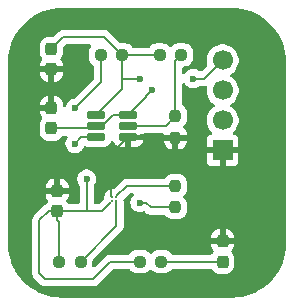
<source format=gbr>
%TF.GenerationSoftware,KiCad,Pcbnew,9.0.6*%
%TF.CreationDate,2026-01-29T18:16:48-08:00*%
%TF.ProjectId,Lab3,4c616233-2e6b-4696-9361-645f70636258,rev?*%
%TF.SameCoordinates,Original*%
%TF.FileFunction,Copper,L1,Top*%
%TF.FilePolarity,Positive*%
%FSLAX46Y46*%
G04 Gerber Fmt 4.6, Leading zero omitted, Abs format (unit mm)*
G04 Created by KiCad (PCBNEW 9.0.6) date 2026-01-29 18:16:48*
%MOMM*%
%LPD*%
G01*
G04 APERTURE LIST*
G04 Aperture macros list*
%AMRoundRect*
0 Rectangle with rounded corners*
0 $1 Rounding radius*
0 $2 $3 $4 $5 $6 $7 $8 $9 X,Y pos of 4 corners*
0 Add a 4 corners polygon primitive as box body*
4,1,4,$2,$3,$4,$5,$6,$7,$8,$9,$2,$3,0*
0 Add four circle primitives for the rounded corners*
1,1,$1+$1,$2,$3*
1,1,$1+$1,$4,$5*
1,1,$1+$1,$6,$7*
1,1,$1+$1,$8,$9*
0 Add four rect primitives between the rounded corners*
20,1,$1+$1,$2,$3,$4,$5,0*
20,1,$1+$1,$4,$5,$6,$7,0*
20,1,$1+$1,$6,$7,$8,$9,0*
20,1,$1+$1,$8,$9,$2,$3,0*%
G04 Aperture macros list end*
%TA.AperFunction,SMDPad,CuDef*%
%ADD10RoundRect,0.237500X-0.250000X-0.237500X0.250000X-0.237500X0.250000X0.237500X-0.250000X0.237500X0*%
%TD*%
%TA.AperFunction,SMDPad,CuDef*%
%ADD11RoundRect,0.237500X-0.237500X0.250000X-0.237500X-0.250000X0.237500X-0.250000X0.237500X0.250000X0*%
%TD*%
%TA.AperFunction,SMDPad,CuDef*%
%ADD12RoundRect,0.237500X0.237500X-0.250000X0.237500X0.250000X-0.237500X0.250000X-0.237500X-0.250000X0*%
%TD*%
%TA.AperFunction,SMDPad,CuDef*%
%ADD13RoundRect,0.237500X0.237500X-0.300000X0.237500X0.300000X-0.237500X0.300000X-0.237500X-0.300000X0*%
%TD*%
%TA.AperFunction,ComponentPad*%
%ADD14R,1.700000X1.700000*%
%TD*%
%TA.AperFunction,ComponentPad*%
%ADD15C,1.700000*%
%TD*%
%TA.AperFunction,SMDPad,CuDef*%
%ADD16RoundRect,0.237500X-0.237500X0.287500X-0.237500X-0.287500X0.237500X-0.287500X0.237500X0.287500X0*%
%TD*%
%TA.AperFunction,SMDPad,CuDef*%
%ADD17RoundRect,0.237500X0.250000X0.237500X-0.250000X0.237500X-0.250000X-0.237500X0.250000X-0.237500X0*%
%TD*%
%TA.AperFunction,SMDPad,CuDef*%
%ADD18RoundRect,0.237500X-0.237500X0.300000X-0.237500X-0.300000X0.237500X-0.300000X0.237500X0.300000X0*%
%TD*%
%TA.AperFunction,SMDPad,CuDef*%
%ADD19RoundRect,0.162500X-0.617500X-0.162500X0.617500X-0.162500X0.617500X0.162500X-0.617500X0.162500X0*%
%TD*%
%TA.AperFunction,SMDPad,CuDef*%
%ADD20C,0.230000*%
%TD*%
%TA.AperFunction,ViaPad*%
%ADD21C,0.600000*%
%TD*%
%TA.AperFunction,Conductor*%
%ADD22C,0.200000*%
%TD*%
G04 APERTURE END LIST*
D10*
%TO.P,R3,1*%
%TO.N,Net-(U2-ERR)*%
X169675000Y-61460000D03*
%TO.P,R3,2*%
%TO.N,+3V3*%
X171500000Y-61460000D03*
%TD*%
D11*
%TO.P,R5,1*%
%TO.N,Net-(U2-FB)*%
X176000000Y-66635000D03*
%TO.P,R5,2*%
%TO.N,GND*%
X176000000Y-68460000D03*
%TD*%
D12*
%TO.P,R1,1*%
%TO.N,+3V3*%
X176000000Y-74372500D03*
%TO.P,R1,2*%
%TO.N,Net-(U1-SCL)*%
X176000000Y-72547500D03*
%TD*%
D10*
%TO.P,R6,1*%
%TO.N,+3V3*%
X173000000Y-78960000D03*
%TO.P,R6,2*%
%TO.N,Net-(D1-A)*%
X174825000Y-78960000D03*
%TD*%
D13*
%TO.P,C2,1*%
%TO.N,VCC*%
X165500000Y-67685000D03*
%TO.P,C2,2*%
%TO.N,GND*%
X165500000Y-65960000D03*
%TD*%
D14*
%TO.P,J1,1,Pin_1*%
%TO.N,GND*%
X180000000Y-69540000D03*
D15*
%TO.P,J1,2,Pin_2*%
%TO.N,unconnected-(J1-Pin_2-Pad2)*%
X180000000Y-67000000D03*
%TO.P,J1,3,Pin_3*%
%TO.N,unconnected-(J1-Pin_3-Pad3)*%
X180000000Y-64460000D03*
%TO.P,J1,4,Pin_4*%
%TO.N,VCC*%
X180000000Y-61920000D03*
%TD*%
D10*
%TO.P,R4,1*%
%TO.N,+3V3*%
X174675000Y-61460000D03*
%TO.P,R4,2*%
%TO.N,Net-(U2-FB)*%
X176500000Y-61460000D03*
%TD*%
D16*
%TO.P,D1,1,K*%
%TO.N,GND*%
X180000000Y-77210000D03*
%TO.P,D1,2,A*%
%TO.N,Net-(D1-A)*%
X180000000Y-78960000D03*
%TD*%
D17*
%TO.P,R2,1*%
%TO.N,Net-(U1-SDA)*%
X168000000Y-78960000D03*
%TO.P,R2,2*%
%TO.N,+3V3*%
X166175000Y-78960000D03*
%TD*%
D18*
%TO.P,C3,1*%
%TO.N,+3V3*%
X165500000Y-60960000D03*
%TO.P,C3,2*%
%TO.N,GND*%
X165500000Y-62685000D03*
%TD*%
D19*
%TO.P,U2,1,OUT*%
%TO.N,+3V3*%
X169300000Y-66510000D03*
%TO.P,U2,2,IN*%
%TO.N,VCC*%
X169300000Y-67460000D03*
%TO.P,U2,3,ERR*%
%TO.N,Net-(U2-ERR)*%
X169300000Y-68410000D03*
%TO.P,U2,4,GND*%
%TO.N,GND*%
X172000000Y-68410000D03*
%TO.P,U2,5,FB*%
%TO.N,Net-(U2-FB)*%
X172000000Y-67460000D03*
%TO.P,U2,6,SD*%
%TO.N,VCC*%
X172000000Y-66510000D03*
%TD*%
D18*
%TO.P,C1,1*%
%TO.N,GND*%
X166000000Y-72960000D03*
%TO.P,C1,2*%
%TO.N,+3V3*%
X166000000Y-74685000D03*
%TD*%
D20*
%TO.P,U1,A1,VSA*%
%TO.N,GND*%
X170600000Y-73460000D03*
%TO.P,U1,A2,SCL*%
%TO.N,Net-(U1-SCL)*%
X171000000Y-73460000D03*
%TO.P,U1,B1,VDD*%
%TO.N,+3V3*%
X170600000Y-73860000D03*
%TO.P,U1,B2,SDA*%
%TO.N,Net-(U1-SDA)*%
X171000000Y-73860000D03*
%TD*%
D21*
%TO.N,+3V3*%
X173000000Y-63460000D03*
X168500000Y-71960000D03*
X173000000Y-73960000D03*
%TO.N,VCC*%
X174000000Y-64460000D03*
X177500000Y-63460000D03*
%TO.N,Net-(U2-ERR)*%
X167500000Y-68960000D03*
X167500000Y-65960000D03*
%TD*%
D22*
%TO.N,+3V3*%
X171500000Y-64310000D02*
X169300000Y-66510000D01*
X165275000Y-74685000D02*
X164500000Y-75460000D01*
X170500000Y-78960000D02*
X173000000Y-78960000D01*
X165000000Y-80460000D02*
X169000000Y-80460000D01*
X168500000Y-71960000D02*
X168500000Y-74685000D01*
X164500000Y-75460000D02*
X164500000Y-79960000D01*
X166000000Y-74685000D02*
X165275000Y-74685000D01*
X173912500Y-74372500D02*
X176000000Y-74372500D01*
X171500000Y-63460000D02*
X171500000Y-64310000D01*
X171500000Y-63460000D02*
X173000000Y-63460000D01*
X168500000Y-74685000D02*
X169775000Y-74685000D01*
X170000000Y-59960000D02*
X166500000Y-59960000D01*
X171500000Y-61460000D02*
X171500000Y-63460000D01*
X164500000Y-79960000D02*
X165000000Y-80460000D01*
X173000000Y-73960000D02*
X173500000Y-73960000D01*
X166000000Y-75460000D02*
X166175000Y-75635000D01*
X166175000Y-75635000D02*
X166175000Y-78960000D01*
X166000000Y-74685000D02*
X168500000Y-74685000D01*
X174675000Y-61460000D02*
X171500000Y-61460000D01*
X173500000Y-73960000D02*
X173912500Y-74372500D01*
X169775000Y-74685000D02*
X170584000Y-73876000D01*
X166000000Y-74685000D02*
X166000000Y-75460000D01*
X169000000Y-80460000D02*
X170500000Y-78960000D01*
X171500000Y-61460000D02*
X170000000Y-59960000D01*
X166500000Y-59960000D02*
X165500000Y-60960000D01*
%TO.N,GND*%
X170584000Y-69826000D02*
X170584000Y-73444000D01*
X172000000Y-68410000D02*
X170584000Y-69826000D01*
X165500000Y-62685000D02*
X165500000Y-65960000D01*
%TO.N,VCC*%
X178460000Y-63460000D02*
X177500000Y-63460000D01*
X173500000Y-64960000D02*
X173500000Y-65010000D01*
X173500000Y-65010000D02*
X172000000Y-66510000D01*
X169075000Y-67685000D02*
X169300000Y-67460000D01*
X174000000Y-64460000D02*
X173500000Y-64960000D01*
X170739990Y-66510000D02*
X169789990Y-67460000D01*
X169789990Y-67460000D02*
X169300000Y-67460000D01*
X180000000Y-61920000D02*
X178460000Y-63460000D01*
X172000000Y-66510000D02*
X170739990Y-66510000D01*
X165500000Y-67685000D02*
X169075000Y-67685000D01*
%TO.N,Net-(D1-A)*%
X174825000Y-78960000D02*
X180000000Y-78960000D01*
%TO.N,Net-(U1-SCL)*%
X171912500Y-72547500D02*
X171016000Y-73444000D01*
X176000000Y-72547500D02*
X171912500Y-72547500D01*
%TO.N,Net-(U1-SDA)*%
X171016000Y-75944000D02*
X171016000Y-73876000D01*
X168000000Y-78960000D02*
X171016000Y-75944000D01*
%TO.N,Net-(U2-ERR)*%
X167500000Y-68960000D02*
X168050000Y-68410000D01*
X169675000Y-61460000D02*
X169675000Y-63785000D01*
X168050000Y-68410000D02*
X169300000Y-68410000D01*
X169675000Y-63785000D02*
X167500000Y-65960000D01*
%TO.N,Net-(U2-FB)*%
X172000000Y-67460000D02*
X175175000Y-67460000D01*
X175175000Y-67460000D02*
X176000000Y-66635000D01*
X176000000Y-66635000D02*
X176000000Y-61960000D01*
X176000000Y-61960000D02*
X176500000Y-61460000D01*
%TD*%
%TA.AperFunction,Conductor*%
%TO.N,GND*%
G36*
X180852702Y-57500617D02*
G01*
X181236771Y-57517386D01*
X181247506Y-57518326D01*
X181625971Y-57568152D01*
X181636597Y-57570025D01*
X182009284Y-57652648D01*
X182019710Y-57655442D01*
X182383765Y-57770227D01*
X182393911Y-57773920D01*
X182746578Y-57920000D01*
X182756369Y-57924566D01*
X183094942Y-58100816D01*
X183104310Y-58106224D01*
X183426244Y-58311318D01*
X183435105Y-58317523D01*
X183737930Y-58549889D01*
X183746217Y-58556843D01*
X184027635Y-58814715D01*
X184035284Y-58822364D01*
X184293156Y-59103782D01*
X184300110Y-59112069D01*
X184532476Y-59414894D01*
X184538681Y-59423755D01*
X184743775Y-59745689D01*
X184749183Y-59755057D01*
X184925430Y-60093623D01*
X184930002Y-60103427D01*
X185076075Y-60456078D01*
X185079775Y-60466244D01*
X185194554Y-60830278D01*
X185197354Y-60840727D01*
X185279971Y-61213389D01*
X185281849Y-61224042D01*
X185331671Y-61602473D01*
X185332614Y-61613249D01*
X185349382Y-61997297D01*
X185349500Y-62002706D01*
X185349500Y-77497293D01*
X185349382Y-77502702D01*
X185332614Y-77886750D01*
X185331671Y-77897526D01*
X185281849Y-78275957D01*
X185279971Y-78286610D01*
X185197354Y-78659272D01*
X185194554Y-78669721D01*
X185079775Y-79033755D01*
X185076075Y-79043921D01*
X184930002Y-79396572D01*
X184925430Y-79406376D01*
X184749183Y-79744942D01*
X184743775Y-79754310D01*
X184538681Y-80076244D01*
X184532476Y-80085105D01*
X184300110Y-80387930D01*
X184293156Y-80396217D01*
X184035284Y-80677635D01*
X184027635Y-80685284D01*
X183746217Y-80943156D01*
X183737930Y-80950110D01*
X183435105Y-81182476D01*
X183426244Y-81188681D01*
X183104310Y-81393775D01*
X183094942Y-81399183D01*
X182756376Y-81575430D01*
X182746572Y-81580002D01*
X182393921Y-81726075D01*
X182383755Y-81729775D01*
X182019721Y-81844554D01*
X182009272Y-81847354D01*
X181636610Y-81929971D01*
X181625957Y-81931849D01*
X181247526Y-81981671D01*
X181236750Y-81982614D01*
X180852703Y-81999382D01*
X180847294Y-81999500D01*
X166352706Y-81999500D01*
X166347297Y-81999382D01*
X165963249Y-81982614D01*
X165952473Y-81981671D01*
X165574042Y-81931849D01*
X165563389Y-81929971D01*
X165190727Y-81847354D01*
X165180278Y-81844554D01*
X164816244Y-81729775D01*
X164806078Y-81726075D01*
X164453427Y-81580002D01*
X164443623Y-81575430D01*
X164105057Y-81399183D01*
X164095689Y-81393775D01*
X163773755Y-81188681D01*
X163764894Y-81182476D01*
X163462069Y-80950110D01*
X163453782Y-80943156D01*
X163172364Y-80685284D01*
X163164715Y-80677635D01*
X162906843Y-80396217D01*
X162899889Y-80387930D01*
X162667523Y-80085105D01*
X162661318Y-80076244D01*
X162637625Y-80039054D01*
X163899498Y-80039054D01*
X163940424Y-80191789D01*
X163940425Y-80191790D01*
X163961455Y-80228214D01*
X163961456Y-80228216D01*
X164019475Y-80328709D01*
X164019479Y-80328714D01*
X164019480Y-80328716D01*
X164131284Y-80440520D01*
X164131285Y-80440521D01*
X164631284Y-80940520D01*
X164631286Y-80940521D01*
X164631290Y-80940524D01*
X164768209Y-81019573D01*
X164768216Y-81019577D01*
X164920943Y-81060501D01*
X164920945Y-81060501D01*
X165086654Y-81060501D01*
X165086670Y-81060500D01*
X168913331Y-81060500D01*
X168913347Y-81060501D01*
X168920943Y-81060501D01*
X169079054Y-81060501D01*
X169079057Y-81060501D01*
X169231785Y-81019577D01*
X169281904Y-80990639D01*
X169368716Y-80940520D01*
X169480520Y-80828716D01*
X169480520Y-80828714D01*
X169490728Y-80818507D01*
X169490729Y-80818504D01*
X170712416Y-79596819D01*
X170773739Y-79563334D01*
X170800097Y-79560500D01*
X172037599Y-79560500D01*
X172104638Y-79580185D01*
X172143138Y-79619404D01*
X172167160Y-79658350D01*
X172289150Y-79780340D01*
X172435984Y-79870908D01*
X172599747Y-79925174D01*
X172700823Y-79935500D01*
X173299176Y-79935499D01*
X173299184Y-79935498D01*
X173299187Y-79935498D01*
X173354530Y-79929844D01*
X173400253Y-79925174D01*
X173564016Y-79870908D01*
X173710850Y-79780340D01*
X173824819Y-79666371D01*
X173886142Y-79632886D01*
X173955834Y-79637870D01*
X174000181Y-79666371D01*
X174114150Y-79780340D01*
X174260984Y-79870908D01*
X174424747Y-79925174D01*
X174525823Y-79935500D01*
X175124176Y-79935499D01*
X175124184Y-79935498D01*
X175124187Y-79935498D01*
X175179530Y-79929844D01*
X175225253Y-79925174D01*
X175389016Y-79870908D01*
X175535850Y-79780340D01*
X175657840Y-79658350D01*
X175681862Y-79619404D01*
X175733810Y-79572679D01*
X175787401Y-79560500D01*
X179019259Y-79560500D01*
X179086298Y-79580185D01*
X179124797Y-79619402D01*
X179179660Y-79708350D01*
X179301650Y-79830340D01*
X179448484Y-79920908D01*
X179612247Y-79975174D01*
X179713323Y-79985500D01*
X180286676Y-79985499D01*
X180286684Y-79985498D01*
X180286687Y-79985498D01*
X180342030Y-79979844D01*
X180387753Y-79975174D01*
X180551516Y-79920908D01*
X180698350Y-79830340D01*
X180820340Y-79708350D01*
X180910908Y-79561516D01*
X180965174Y-79397753D01*
X180975500Y-79296677D01*
X180975499Y-78623324D01*
X180970281Y-78572247D01*
X180965174Y-78522247D01*
X180910908Y-78358484D01*
X180820340Y-78211650D01*
X180781017Y-78172327D01*
X180747532Y-78111004D01*
X180752516Y-78041312D01*
X180781018Y-77996964D01*
X180819945Y-77958037D01*
X180819947Y-77958034D01*
X180910448Y-77811311D01*
X180910453Y-77811300D01*
X180964680Y-77647652D01*
X180974999Y-77546654D01*
X180975000Y-77546641D01*
X180975000Y-77460000D01*
X179025001Y-77460000D01*
X179025001Y-77546654D01*
X179035319Y-77647652D01*
X179089546Y-77811300D01*
X179089551Y-77811311D01*
X179180052Y-77958034D01*
X179180055Y-77958038D01*
X179218982Y-77996965D01*
X179252467Y-78058288D01*
X179247483Y-78127980D01*
X179230848Y-78158581D01*
X179225417Y-78165892D01*
X179179660Y-78211650D01*
X179121989Y-78305148D01*
X179118806Y-78309435D01*
X179095010Y-78327388D01*
X179072850Y-78347321D01*
X179066757Y-78348705D01*
X179063031Y-78351517D01*
X179050100Y-78352490D01*
X179019259Y-78359500D01*
X175787401Y-78359500D01*
X175720362Y-78339815D01*
X175681862Y-78300596D01*
X175657840Y-78261650D01*
X175535851Y-78139661D01*
X175535850Y-78139660D01*
X175389016Y-78049092D01*
X175225253Y-77994826D01*
X175225251Y-77994825D01*
X175124178Y-77984500D01*
X174525830Y-77984500D01*
X174525812Y-77984501D01*
X174424747Y-77994825D01*
X174260984Y-78049092D01*
X174260981Y-78049093D01*
X174114148Y-78139661D01*
X174000181Y-78253629D01*
X173938858Y-78287114D01*
X173869166Y-78282130D01*
X173824819Y-78253629D01*
X173710851Y-78139661D01*
X173710850Y-78139660D01*
X173564016Y-78049092D01*
X173400253Y-77994826D01*
X173400251Y-77994825D01*
X173299178Y-77984500D01*
X172700830Y-77984500D01*
X172700812Y-77984501D01*
X172599747Y-77994825D01*
X172435984Y-78049092D01*
X172435981Y-78049093D01*
X172289148Y-78139661D01*
X172167159Y-78261650D01*
X172143138Y-78300596D01*
X172091190Y-78347321D01*
X172037599Y-78359500D01*
X170420940Y-78359500D01*
X170380019Y-78370464D01*
X170380019Y-78370465D01*
X170342751Y-78380451D01*
X170268214Y-78400423D01*
X170268209Y-78400426D01*
X170131290Y-78479475D01*
X170131282Y-78479481D01*
X170019478Y-78591286D01*
X169191669Y-79419094D01*
X169130346Y-79452579D01*
X169060654Y-79447595D01*
X169004721Y-79405723D01*
X168980304Y-79340259D01*
X168980629Y-79318819D01*
X168988000Y-79246677D01*
X168987999Y-78872595D01*
X169007683Y-78805557D01*
X169024313Y-78784920D01*
X170935889Y-76873345D01*
X179025000Y-76873345D01*
X179025000Y-76960000D01*
X179750000Y-76960000D01*
X180250000Y-76960000D01*
X180974999Y-76960000D01*
X180974999Y-76873360D01*
X180974998Y-76873345D01*
X180964680Y-76772347D01*
X180910453Y-76608699D01*
X180910448Y-76608688D01*
X180819947Y-76461965D01*
X180819944Y-76461961D01*
X180698038Y-76340055D01*
X180698034Y-76340052D01*
X180551311Y-76249551D01*
X180551300Y-76249546D01*
X180387652Y-76195319D01*
X180286654Y-76185000D01*
X180250000Y-76185000D01*
X180250000Y-76960000D01*
X179750000Y-76960000D01*
X179750000Y-76185000D01*
X179713361Y-76185000D01*
X179713343Y-76185001D01*
X179612347Y-76195319D01*
X179448699Y-76249546D01*
X179448688Y-76249551D01*
X179301965Y-76340052D01*
X179301961Y-76340055D01*
X179180055Y-76461961D01*
X179180052Y-76461965D01*
X179089551Y-76608688D01*
X179089546Y-76608699D01*
X179035319Y-76772347D01*
X179025000Y-76873345D01*
X170935889Y-76873345D01*
X171374506Y-76434728D01*
X171374511Y-76434724D01*
X171384714Y-76424520D01*
X171384716Y-76424520D01*
X171496520Y-76312716D01*
X171564728Y-76194576D01*
X171575577Y-76175785D01*
X171616500Y-76023057D01*
X171616500Y-75864943D01*
X171616500Y-73796943D01*
X171613007Y-73783907D01*
X171614667Y-73714062D01*
X171645098Y-73664135D01*
X172124916Y-73184319D01*
X172151843Y-73169615D01*
X172177662Y-73153023D01*
X172183862Y-73152131D01*
X172186239Y-73150834D01*
X172212597Y-73148000D01*
X172380559Y-73148000D01*
X172447598Y-73167685D01*
X172493353Y-73220489D01*
X172503297Y-73289647D01*
X172474272Y-73353203D01*
X172468240Y-73359681D01*
X172378213Y-73449707D01*
X172378210Y-73449711D01*
X172290609Y-73580814D01*
X172290602Y-73580827D01*
X172230264Y-73726498D01*
X172230261Y-73726510D01*
X172199500Y-73881153D01*
X172199500Y-74038846D01*
X172230261Y-74193489D01*
X172230264Y-74193501D01*
X172290602Y-74339172D01*
X172290609Y-74339185D01*
X172378210Y-74470288D01*
X172378213Y-74470292D01*
X172489707Y-74581786D01*
X172489711Y-74581789D01*
X172620814Y-74669390D01*
X172620827Y-74669397D01*
X172724647Y-74712400D01*
X172766503Y-74729737D01*
X172921153Y-74760499D01*
X172921156Y-74760500D01*
X172921158Y-74760500D01*
X173078844Y-74760500D01*
X173078845Y-74760499D01*
X173233497Y-74729737D01*
X173289182Y-74706670D01*
X173309059Y-74704533D01*
X173327789Y-74697548D01*
X173343085Y-74700875D01*
X173358651Y-74699202D01*
X173376527Y-74708150D01*
X173396062Y-74712400D01*
X173418352Y-74729086D01*
X173421130Y-74730477D01*
X173424316Y-74733551D01*
X173427639Y-74736874D01*
X173427649Y-74736885D01*
X173431979Y-74741215D01*
X173431980Y-74741216D01*
X173543784Y-74853020D01*
X173625889Y-74900423D01*
X173680715Y-74932077D01*
X173833443Y-74973000D01*
X173991557Y-74973000D01*
X175042389Y-74973000D01*
X175109428Y-74992685D01*
X175147928Y-75031904D01*
X175178680Y-75081762D01*
X175179660Y-75083350D01*
X175301650Y-75205340D01*
X175448484Y-75295908D01*
X175612247Y-75350174D01*
X175713323Y-75360500D01*
X176286676Y-75360499D01*
X176286684Y-75360498D01*
X176286687Y-75360498D01*
X176342030Y-75354844D01*
X176387753Y-75350174D01*
X176551516Y-75295908D01*
X176698350Y-75205340D01*
X176820340Y-75083350D01*
X176910908Y-74936516D01*
X176965174Y-74772753D01*
X176975500Y-74671677D01*
X176975499Y-74073324D01*
X176974004Y-74058693D01*
X176965174Y-73972247D01*
X176949236Y-73924150D01*
X176910908Y-73808484D01*
X176820340Y-73661650D01*
X176706371Y-73547681D01*
X176672886Y-73486358D01*
X176677870Y-73416666D01*
X176706371Y-73372319D01*
X176763116Y-73315574D01*
X176820340Y-73258350D01*
X176910908Y-73111516D01*
X176965174Y-72947753D01*
X176975500Y-72846677D01*
X176975499Y-72248324D01*
X176969898Y-72193497D01*
X176965174Y-72147247D01*
X176929253Y-72038846D01*
X176910908Y-71983484D01*
X176820340Y-71836650D01*
X176698350Y-71714660D01*
X176551516Y-71624092D01*
X176387753Y-71569826D01*
X176387751Y-71569825D01*
X176286678Y-71559500D01*
X175713330Y-71559500D01*
X175713312Y-71559501D01*
X175612247Y-71569825D01*
X175448484Y-71624092D01*
X175448481Y-71624093D01*
X175301648Y-71714661D01*
X175179659Y-71836650D01*
X175147928Y-71888096D01*
X175095980Y-71934821D01*
X175042389Y-71947000D01*
X171833440Y-71947000D01*
X171792519Y-71957964D01*
X171792519Y-71957965D01*
X171755251Y-71967951D01*
X171680714Y-71987923D01*
X171680709Y-71987926D01*
X171543790Y-72066975D01*
X171543782Y-72066981D01*
X171431978Y-72178786D01*
X170795177Y-72815585D01*
X170733854Y-72849070D01*
X170683306Y-72849522D01*
X170660571Y-72845000D01*
X170539423Y-72845000D01*
X170420618Y-72868632D01*
X170420606Y-72868635D01*
X170308689Y-72914992D01*
X170308685Y-72914994D01*
X170207964Y-72982294D01*
X170207956Y-72982300D01*
X170122300Y-73067956D01*
X170122294Y-73067964D01*
X170054994Y-73168685D01*
X170054992Y-73168689D01*
X170008635Y-73280606D01*
X170008632Y-73280618D01*
X169985000Y-73399423D01*
X169985000Y-73520570D01*
X169989522Y-73543306D01*
X169983293Y-73612898D01*
X169955586Y-73655177D01*
X169884266Y-73726498D01*
X169562582Y-74048182D01*
X169501262Y-74081666D01*
X169474903Y-74084500D01*
X169224500Y-74084500D01*
X169157461Y-74064815D01*
X169111706Y-74012011D01*
X169100500Y-73960500D01*
X169100500Y-72539765D01*
X169120185Y-72472726D01*
X169121398Y-72470874D01*
X169209390Y-72339185D01*
X169209390Y-72339184D01*
X169209394Y-72339179D01*
X169269737Y-72193497D01*
X169300500Y-72038842D01*
X169300500Y-71881158D01*
X169300500Y-71881155D01*
X169300499Y-71881153D01*
X169269738Y-71726510D01*
X169269737Y-71726503D01*
X169227318Y-71624093D01*
X169209397Y-71580827D01*
X169209390Y-71580814D01*
X169121789Y-71449711D01*
X169121786Y-71449707D01*
X169010292Y-71338213D01*
X169010288Y-71338210D01*
X168879185Y-71250609D01*
X168879172Y-71250602D01*
X168733501Y-71190264D01*
X168733489Y-71190261D01*
X168578845Y-71159500D01*
X168578842Y-71159500D01*
X168421158Y-71159500D01*
X168421155Y-71159500D01*
X168266510Y-71190261D01*
X168266498Y-71190264D01*
X168120827Y-71250602D01*
X168120814Y-71250609D01*
X167989711Y-71338210D01*
X167989707Y-71338213D01*
X167878213Y-71449707D01*
X167878210Y-71449711D01*
X167790609Y-71580814D01*
X167790602Y-71580827D01*
X167730264Y-71726498D01*
X167730261Y-71726510D01*
X167699500Y-71881153D01*
X167699500Y-72038846D01*
X167730261Y-72193489D01*
X167730264Y-72193501D01*
X167790602Y-72339172D01*
X167790609Y-72339185D01*
X167878602Y-72470874D01*
X167899480Y-72537551D01*
X167899500Y-72539765D01*
X167899500Y-73960500D01*
X167879815Y-74027539D01*
X167827011Y-74073294D01*
X167775500Y-74084500D01*
X166988452Y-74084500D01*
X166981522Y-74082465D01*
X166974408Y-74083702D01*
X166948445Y-74072752D01*
X166921413Y-74064815D01*
X166915109Y-74058693D01*
X166910029Y-74056551D01*
X166893656Y-74037860D01*
X166886145Y-74030566D01*
X166884464Y-74028111D01*
X166820340Y-73924150D01*
X166797886Y-73901696D01*
X166791391Y-73892212D01*
X166783987Y-73869482D01*
X166772532Y-73848504D01*
X166773364Y-73836869D01*
X166769751Y-73825778D01*
X166775810Y-73802653D01*
X166777516Y-73778812D01*
X166785186Y-73766876D01*
X166787463Y-73758191D01*
X166795541Y-73750765D01*
X166806021Y-73734460D01*
X166819947Y-73720535D01*
X166910448Y-73573811D01*
X166910453Y-73573800D01*
X166964680Y-73410152D01*
X166974999Y-73309154D01*
X166975000Y-73309141D01*
X166975000Y-73210000D01*
X165025001Y-73210000D01*
X165025001Y-73309154D01*
X165035319Y-73410152D01*
X165089546Y-73573800D01*
X165089551Y-73573811D01*
X165180052Y-73720534D01*
X165180055Y-73720538D01*
X165193982Y-73734465D01*
X165227467Y-73795788D01*
X165222483Y-73865480D01*
X165209936Y-73890233D01*
X165202962Y-73900847D01*
X165179660Y-73924150D01*
X165089092Y-74070984D01*
X165086962Y-74077408D01*
X165079031Y-74089482D01*
X165058979Y-74106505D01*
X165041598Y-74126244D01*
X165037396Y-74128782D01*
X164906287Y-74204477D01*
X164906282Y-74204481D01*
X164019479Y-75091284D01*
X164003601Y-75118788D01*
X163994095Y-75135253D01*
X163940423Y-75228215D01*
X163899499Y-75380943D01*
X163899499Y-75539057D01*
X163899499Y-75539059D01*
X163899500Y-75549053D01*
X163899500Y-79873330D01*
X163899499Y-79873348D01*
X163899499Y-80039054D01*
X163899498Y-80039054D01*
X162637625Y-80039054D01*
X162596929Y-79975174D01*
X162456223Y-79754309D01*
X162450816Y-79744942D01*
X162431767Y-79708349D01*
X162274566Y-79406369D01*
X162269997Y-79396572D01*
X162123920Y-79043911D01*
X162120224Y-79033755D01*
X162048274Y-78805557D01*
X162005442Y-78669710D01*
X162002648Y-78659284D01*
X161920025Y-78286597D01*
X161918152Y-78275971D01*
X161868326Y-77897506D01*
X161867386Y-77886771D01*
X161850618Y-77502702D01*
X161850500Y-77497293D01*
X161850500Y-72610845D01*
X165025000Y-72610845D01*
X165025000Y-72710000D01*
X165750000Y-72710000D01*
X166250000Y-72710000D01*
X166974999Y-72710000D01*
X166974999Y-72610860D01*
X166974998Y-72610845D01*
X166964680Y-72509847D01*
X166910453Y-72346199D01*
X166910448Y-72346188D01*
X166819947Y-72199465D01*
X166819944Y-72199461D01*
X166698038Y-72077555D01*
X166698034Y-72077552D01*
X166551311Y-71987051D01*
X166551300Y-71987046D01*
X166387652Y-71932819D01*
X166286654Y-71922500D01*
X166250000Y-71922500D01*
X166250000Y-72710000D01*
X165750000Y-72710000D01*
X165750000Y-71922500D01*
X165713361Y-71922500D01*
X165713343Y-71922501D01*
X165612347Y-71932819D01*
X165448699Y-71987046D01*
X165448688Y-71987051D01*
X165301965Y-72077552D01*
X165301961Y-72077555D01*
X165180055Y-72199461D01*
X165180052Y-72199465D01*
X165089551Y-72346188D01*
X165089546Y-72346199D01*
X165035319Y-72509847D01*
X165025000Y-72610845D01*
X161850500Y-72610845D01*
X161850500Y-65610845D01*
X164525000Y-65610845D01*
X164525000Y-65710000D01*
X165250000Y-65710000D01*
X165250000Y-64922500D01*
X165213361Y-64922500D01*
X165213343Y-64922501D01*
X165112347Y-64932819D01*
X164948699Y-64987046D01*
X164948688Y-64987051D01*
X164801965Y-65077552D01*
X164801961Y-65077555D01*
X164680055Y-65199461D01*
X164680052Y-65199465D01*
X164589551Y-65346188D01*
X164589546Y-65346199D01*
X164535319Y-65509847D01*
X164525000Y-65610845D01*
X161850500Y-65610845D01*
X161850500Y-63034154D01*
X164525001Y-63034154D01*
X164535319Y-63135152D01*
X164589546Y-63298800D01*
X164589551Y-63298811D01*
X164680052Y-63445534D01*
X164680055Y-63445538D01*
X164801961Y-63567444D01*
X164801965Y-63567447D01*
X164948688Y-63657948D01*
X164948699Y-63657953D01*
X165112347Y-63712180D01*
X165213352Y-63722499D01*
X165250000Y-63722499D01*
X165750000Y-63722499D01*
X165786640Y-63722499D01*
X165786654Y-63722498D01*
X165887652Y-63712180D01*
X166051300Y-63657953D01*
X166051311Y-63657948D01*
X166198034Y-63567447D01*
X166198038Y-63567444D01*
X166319944Y-63445538D01*
X166319947Y-63445534D01*
X166410448Y-63298811D01*
X166410453Y-63298800D01*
X166464680Y-63135152D01*
X166474999Y-63034154D01*
X166475000Y-63034141D01*
X166475000Y-62935000D01*
X165750000Y-62935000D01*
X165750000Y-63722499D01*
X165250000Y-63722499D01*
X165250000Y-62935000D01*
X164525001Y-62935000D01*
X164525001Y-63034154D01*
X161850500Y-63034154D01*
X161850500Y-62002706D01*
X161850618Y-61997297D01*
X161856342Y-61866187D01*
X161867386Y-61613226D01*
X161868326Y-61602495D01*
X161918152Y-61224025D01*
X161920025Y-61213405D01*
X162002649Y-60840709D01*
X162005440Y-60830295D01*
X162074642Y-60610815D01*
X164524500Y-60610815D01*
X164524500Y-61309169D01*
X164524501Y-61309187D01*
X164534825Y-61410252D01*
X164571109Y-61519749D01*
X164589092Y-61574016D01*
X164679659Y-61720849D01*
X164679661Y-61720851D01*
X164693982Y-61735172D01*
X164727467Y-61796495D01*
X164722483Y-61866187D01*
X164693985Y-61910532D01*
X164680052Y-61924465D01*
X164589551Y-62071188D01*
X164589546Y-62071199D01*
X164535319Y-62234847D01*
X164525000Y-62335845D01*
X164525000Y-62435000D01*
X166474999Y-62435000D01*
X166474999Y-62335860D01*
X166474998Y-62335845D01*
X166464680Y-62234847D01*
X166410453Y-62071199D01*
X166410448Y-62071188D01*
X166319947Y-61924465D01*
X166319944Y-61924461D01*
X166306017Y-61910534D01*
X166272532Y-61849211D01*
X166277516Y-61779519D01*
X166306017Y-61735172D01*
X166320340Y-61720850D01*
X166410908Y-61574016D01*
X166465174Y-61410253D01*
X166475500Y-61309177D01*
X166475499Y-60885097D01*
X166495183Y-60818059D01*
X166511818Y-60797417D01*
X166712417Y-60596819D01*
X166773740Y-60563334D01*
X166800098Y-60560500D01*
X168745083Y-60560500D01*
X168812122Y-60580185D01*
X168857877Y-60632989D01*
X168867821Y-60702147D01*
X168845111Y-60754984D01*
X168845952Y-60755503D01*
X168842443Y-60761191D01*
X168842349Y-60761411D01*
X168842162Y-60761647D01*
X168751593Y-60908481D01*
X168751592Y-60908484D01*
X168697326Y-61072247D01*
X168697326Y-61072248D01*
X168697325Y-61072248D01*
X168687000Y-61173315D01*
X168687000Y-61746669D01*
X168687001Y-61746687D01*
X168697325Y-61847752D01*
X168722746Y-61924465D01*
X168746880Y-61997297D01*
X168751592Y-62011515D01*
X168751593Y-62011518D01*
X168781806Y-62060500D01*
X168842160Y-62158350D01*
X168964150Y-62280340D01*
X169015597Y-62312072D01*
X169062321Y-62364017D01*
X169074500Y-62417610D01*
X169074500Y-63484903D01*
X169054815Y-63551942D01*
X169038181Y-63572584D01*
X167485339Y-65125425D01*
X167424016Y-65158910D01*
X167421850Y-65159361D01*
X167266508Y-65190261D01*
X167266498Y-65190264D01*
X167120827Y-65250602D01*
X167120814Y-65250609D01*
X166989711Y-65338210D01*
X166989707Y-65338213D01*
X166878213Y-65449707D01*
X166878210Y-65449711D01*
X166790609Y-65580814D01*
X166790602Y-65580827D01*
X166730264Y-65726498D01*
X166730261Y-65726508D01*
X166720616Y-65774998D01*
X166688231Y-65836909D01*
X166627515Y-65871483D01*
X166557745Y-65867742D01*
X166501073Y-65826876D01*
X166475492Y-65761857D01*
X166474999Y-65750806D01*
X166474999Y-65610860D01*
X166474998Y-65610844D01*
X166464680Y-65509847D01*
X166410453Y-65346199D01*
X166410448Y-65346188D01*
X166319947Y-65199465D01*
X166319944Y-65199461D01*
X166198038Y-65077555D01*
X166198034Y-65077552D01*
X166051311Y-64987051D01*
X166051300Y-64987046D01*
X165887652Y-64932819D01*
X165786654Y-64922500D01*
X165750000Y-64922500D01*
X165750000Y-65836000D01*
X165730315Y-65903039D01*
X165677511Y-65948794D01*
X165626000Y-65960000D01*
X165500000Y-65960000D01*
X165500000Y-66086000D01*
X165480315Y-66153039D01*
X165427511Y-66198794D01*
X165376000Y-66210000D01*
X164525001Y-66210000D01*
X164525001Y-66309154D01*
X164535319Y-66410152D01*
X164589546Y-66573800D01*
X164589551Y-66573811D01*
X164680052Y-66720534D01*
X164680055Y-66720538D01*
X164693982Y-66734465D01*
X164727467Y-66795788D01*
X164722483Y-66865480D01*
X164693984Y-66909825D01*
X164679661Y-66924148D01*
X164589093Y-67070981D01*
X164589091Y-67070986D01*
X164561719Y-67153588D01*
X164534826Y-67234747D01*
X164534826Y-67234748D01*
X164534825Y-67234748D01*
X164524500Y-67335815D01*
X164524500Y-68034169D01*
X164524501Y-68034187D01*
X164534825Y-68135252D01*
X164566730Y-68231532D01*
X164588326Y-68296705D01*
X164589092Y-68299015D01*
X164589093Y-68299018D01*
X164613268Y-68338211D01*
X164679660Y-68445850D01*
X164801650Y-68567840D01*
X164948484Y-68658408D01*
X165112247Y-68712674D01*
X165213323Y-68723000D01*
X165786676Y-68722999D01*
X165786684Y-68722998D01*
X165786687Y-68722998D01*
X165842030Y-68717344D01*
X165887753Y-68712674D01*
X166051516Y-68658408D01*
X166198350Y-68567840D01*
X166320340Y-68445850D01*
X166341037Y-68412294D01*
X166382914Y-68344403D01*
X166434862Y-68297678D01*
X166488452Y-68285500D01*
X166755945Y-68285500D01*
X166822984Y-68305185D01*
X166868739Y-68357989D01*
X166878683Y-68427147D01*
X166859047Y-68478391D01*
X166790609Y-68580814D01*
X166790602Y-68580827D01*
X166730264Y-68726498D01*
X166730261Y-68726510D01*
X166699500Y-68881153D01*
X166699500Y-69038846D01*
X166730261Y-69193489D01*
X166730264Y-69193501D01*
X166790602Y-69339172D01*
X166790609Y-69339185D01*
X166878210Y-69470288D01*
X166878213Y-69470292D01*
X166989707Y-69581786D01*
X166989711Y-69581789D01*
X167120814Y-69669390D01*
X167120827Y-69669397D01*
X167266498Y-69729735D01*
X167266503Y-69729737D01*
X167421153Y-69760499D01*
X167421156Y-69760500D01*
X167421158Y-69760500D01*
X167578844Y-69760500D01*
X167578845Y-69760499D01*
X167733497Y-69729737D01*
X167879179Y-69669394D01*
X167879185Y-69669390D01*
X167929852Y-69635536D01*
X167974315Y-69605826D01*
X168010289Y-69581789D01*
X168121789Y-69470289D01*
X168209394Y-69339179D01*
X168246795Y-69248882D01*
X168290634Y-69194483D01*
X168356928Y-69172417D01*
X168400706Y-69181002D01*
X168401237Y-69179299D01*
X168408396Y-69181529D01*
X168408398Y-69181531D01*
X168562113Y-69229430D01*
X168628909Y-69235500D01*
X169971090Y-69235499D01*
X169971097Y-69235499D01*
X170037882Y-69229431D01*
X170037885Y-69229430D01*
X170037887Y-69229430D01*
X170191602Y-69181531D01*
X170329388Y-69098236D01*
X170443236Y-68984388D01*
X170526531Y-68846602D01*
X170531876Y-68829447D01*
X170570613Y-68771299D01*
X170634637Y-68743324D01*
X170703623Y-68754405D01*
X170755667Y-68801022D01*
X170768648Y-68829447D01*
X170773929Y-68846395D01*
X170857163Y-68984080D01*
X170970919Y-69097836D01*
X171108603Y-69181070D01*
X171262207Y-69228934D01*
X171328957Y-69235000D01*
X171750000Y-69235000D01*
X172250000Y-69235000D01*
X172671043Y-69235000D01*
X172737792Y-69228934D01*
X172891396Y-69181070D01*
X173029080Y-69097836D01*
X173142836Y-68984080D01*
X173226072Y-68846392D01*
X173253256Y-68759154D01*
X175025001Y-68759154D01*
X175035319Y-68860152D01*
X175089546Y-69023800D01*
X175089551Y-69023811D01*
X175180052Y-69170534D01*
X175180055Y-69170538D01*
X175301961Y-69292444D01*
X175301965Y-69292447D01*
X175448688Y-69382948D01*
X175448699Y-69382953D01*
X175612347Y-69437180D01*
X175713352Y-69447499D01*
X175750000Y-69447499D01*
X176250000Y-69447499D01*
X176286640Y-69447499D01*
X176286654Y-69447498D01*
X176387652Y-69437180D01*
X176551300Y-69382953D01*
X176551311Y-69382948D01*
X176698034Y-69292447D01*
X176698038Y-69292444D01*
X176819944Y-69170538D01*
X176819947Y-69170534D01*
X176910448Y-69023811D01*
X176910453Y-69023800D01*
X176964680Y-68860152D01*
X176974999Y-68759154D01*
X176975000Y-68759141D01*
X176975000Y-68710000D01*
X176250000Y-68710000D01*
X176250000Y-69447499D01*
X175750000Y-69447499D01*
X175750000Y-68710000D01*
X175025001Y-68710000D01*
X175025001Y-68759154D01*
X173253256Y-68759154D01*
X173273932Y-68692802D01*
X173273935Y-68692792D01*
X173276914Y-68660000D01*
X172250000Y-68660000D01*
X172250000Y-69235000D01*
X171750000Y-69235000D01*
X171750000Y-68534000D01*
X171769685Y-68466961D01*
X171822489Y-68421206D01*
X171874000Y-68410000D01*
X172000000Y-68410000D01*
X172000000Y-68409499D01*
X172019685Y-68342460D01*
X172072489Y-68296705D01*
X172123998Y-68285499D01*
X172671090Y-68285499D01*
X172671097Y-68285499D01*
X172737882Y-68279431D01*
X172737885Y-68279430D01*
X172737887Y-68279430D01*
X172891602Y-68231531D01*
X172980346Y-68177882D01*
X173044496Y-68160000D01*
X173276915Y-68160000D01*
X173290055Y-68145610D01*
X173293696Y-68127176D01*
X173342143Y-68076830D01*
X173403651Y-68060500D01*
X174901000Y-68060500D01*
X174968039Y-68080185D01*
X175013794Y-68132989D01*
X175025000Y-68184500D01*
X175025000Y-68210000D01*
X176974999Y-68210000D01*
X176974999Y-68160860D01*
X176974998Y-68160845D01*
X176964680Y-68059847D01*
X176910453Y-67896199D01*
X176910448Y-67896188D01*
X176819947Y-67749465D01*
X176819944Y-67749461D01*
X176706017Y-67635534D01*
X176672532Y-67574211D01*
X176677516Y-67504519D01*
X176706013Y-67460176D01*
X176820340Y-67345850D01*
X176910908Y-67199016D01*
X176965174Y-67035253D01*
X176975500Y-66934177D01*
X176975499Y-66335824D01*
X176971217Y-66293910D01*
X176965174Y-66234747D01*
X176962644Y-66227112D01*
X176910908Y-66070984D01*
X176820340Y-65924150D01*
X176698350Y-65802160D01*
X176698349Y-65802159D01*
X176659402Y-65778136D01*
X176612678Y-65726187D01*
X176600500Y-65672598D01*
X176600500Y-63963439D01*
X176620185Y-63896400D01*
X176672989Y-63850645D01*
X176742147Y-63840701D01*
X176805703Y-63869726D01*
X176827602Y-63894548D01*
X176878210Y-63970288D01*
X176878213Y-63970292D01*
X176989707Y-64081786D01*
X176989711Y-64081789D01*
X177120814Y-64169390D01*
X177120827Y-64169397D01*
X177198822Y-64201703D01*
X177266503Y-64229737D01*
X177421153Y-64260499D01*
X177421156Y-64260500D01*
X177421158Y-64260500D01*
X177578844Y-64260500D01*
X177578845Y-64260499D01*
X177733497Y-64229737D01*
X177879179Y-64169394D01*
X177917543Y-64143760D01*
X178010875Y-64081398D01*
X178077553Y-64060520D01*
X178079766Y-64060500D01*
X178380939Y-64060500D01*
X178380943Y-64060501D01*
X178539057Y-64060501D01*
X178540753Y-64060046D01*
X178550496Y-64060020D01*
X178576692Y-64067635D01*
X178603651Y-64071832D01*
X178609755Y-64077246D01*
X178617588Y-64079524D01*
X178635507Y-64100091D01*
X178655919Y-64118198D01*
X178658126Y-64126052D01*
X178663486Y-64132204D01*
X178667441Y-64159196D01*
X178674823Y-64185462D01*
X178673529Y-64200747D01*
X178673616Y-64201335D01*
X178673448Y-64201703D01*
X178673304Y-64203417D01*
X178649500Y-64353712D01*
X178649500Y-64566286D01*
X178672196Y-64709587D01*
X178682754Y-64776243D01*
X178745803Y-64970288D01*
X178748444Y-64978414D01*
X178844951Y-65167820D01*
X178969890Y-65339786D01*
X179120213Y-65490109D01*
X179292182Y-65615050D01*
X179300946Y-65619516D01*
X179351742Y-65667491D01*
X179368536Y-65735312D01*
X179345998Y-65801447D01*
X179300946Y-65840484D01*
X179292182Y-65844949D01*
X179120213Y-65969890D01*
X178969890Y-66120213D01*
X178844951Y-66292179D01*
X178748444Y-66481585D01*
X178682753Y-66683760D01*
X178660671Y-66823180D01*
X178649500Y-66893713D01*
X178649500Y-67106287D01*
X178682754Y-67316243D01*
X178729519Y-67460171D01*
X178748444Y-67518414D01*
X178844951Y-67707820D01*
X178969890Y-67879786D01*
X179083818Y-67993714D01*
X179117303Y-68055037D01*
X179112319Y-68124729D01*
X179070447Y-68180662D01*
X179039471Y-68197577D01*
X178907912Y-68246646D01*
X178907906Y-68246649D01*
X178792812Y-68332809D01*
X178792809Y-68332812D01*
X178706649Y-68447906D01*
X178706645Y-68447913D01*
X178656403Y-68582620D01*
X178656401Y-68582627D01*
X178650000Y-68642155D01*
X178650000Y-69290000D01*
X179566988Y-69290000D01*
X179534075Y-69347007D01*
X179500000Y-69474174D01*
X179500000Y-69605826D01*
X179534075Y-69732993D01*
X179566988Y-69790000D01*
X178650000Y-69790000D01*
X178650000Y-70437844D01*
X178656401Y-70497372D01*
X178656403Y-70497379D01*
X178706645Y-70632086D01*
X178706649Y-70632093D01*
X178792809Y-70747187D01*
X178792812Y-70747190D01*
X178907906Y-70833350D01*
X178907913Y-70833354D01*
X179042620Y-70883596D01*
X179042627Y-70883598D01*
X179102155Y-70889999D01*
X179102172Y-70890000D01*
X179750000Y-70890000D01*
X179750000Y-69973012D01*
X179807007Y-70005925D01*
X179934174Y-70040000D01*
X180065826Y-70040000D01*
X180192993Y-70005925D01*
X180250000Y-69973012D01*
X180250000Y-70890000D01*
X180897828Y-70890000D01*
X180897844Y-70889999D01*
X180957372Y-70883598D01*
X180957379Y-70883596D01*
X181092086Y-70833354D01*
X181092093Y-70833350D01*
X181207187Y-70747190D01*
X181207190Y-70747187D01*
X181293350Y-70632093D01*
X181293354Y-70632086D01*
X181343596Y-70497379D01*
X181343598Y-70497372D01*
X181349999Y-70437844D01*
X181350000Y-70437827D01*
X181350000Y-69790000D01*
X180433012Y-69790000D01*
X180465925Y-69732993D01*
X180500000Y-69605826D01*
X180500000Y-69474174D01*
X180465925Y-69347007D01*
X180433012Y-69290000D01*
X181350000Y-69290000D01*
X181350000Y-68642172D01*
X181349999Y-68642155D01*
X181343598Y-68582627D01*
X181343596Y-68582620D01*
X181293354Y-68447913D01*
X181293350Y-68447906D01*
X181207190Y-68332812D01*
X181207187Y-68332809D01*
X181092093Y-68246649D01*
X181092088Y-68246646D01*
X180960528Y-68197577D01*
X180904595Y-68155705D01*
X180880178Y-68090241D01*
X180895030Y-68021968D01*
X180916175Y-67993720D01*
X181030104Y-67879792D01*
X181155051Y-67707816D01*
X181251557Y-67518412D01*
X181317246Y-67316243D01*
X181350500Y-67106287D01*
X181350500Y-66893713D01*
X181317246Y-66683757D01*
X181251557Y-66481588D01*
X181155051Y-66292184D01*
X181155049Y-66292181D01*
X181155048Y-66292179D01*
X181030109Y-66120213D01*
X180879786Y-65969890D01*
X180707820Y-65844951D01*
X180707115Y-65844591D01*
X180699054Y-65840485D01*
X180648259Y-65792512D01*
X180631463Y-65724692D01*
X180653999Y-65658556D01*
X180699054Y-65619515D01*
X180707816Y-65615051D01*
X180807189Y-65542853D01*
X180879786Y-65490109D01*
X180879788Y-65490106D01*
X180879792Y-65490104D01*
X181030104Y-65339792D01*
X181030106Y-65339788D01*
X181030109Y-65339786D01*
X181153902Y-65169397D01*
X181155051Y-65167816D01*
X181251557Y-64978412D01*
X181317246Y-64776243D01*
X181350500Y-64566287D01*
X181350500Y-64353713D01*
X181317246Y-64143757D01*
X181251557Y-63941588D01*
X181155051Y-63752184D01*
X181155049Y-63752181D01*
X181155048Y-63752179D01*
X181030109Y-63580213D01*
X180879786Y-63429890D01*
X180707820Y-63304951D01*
X180707115Y-63304591D01*
X180699054Y-63300485D01*
X180648259Y-63252512D01*
X180631463Y-63184692D01*
X180653999Y-63118556D01*
X180699054Y-63079515D01*
X180707816Y-63075051D01*
X180776085Y-63025451D01*
X180879786Y-62950109D01*
X180879788Y-62950106D01*
X180879792Y-62950104D01*
X181030104Y-62799792D01*
X181030106Y-62799788D01*
X181030109Y-62799786D01*
X181155048Y-62627820D01*
X181155047Y-62627820D01*
X181155051Y-62627816D01*
X181251557Y-62438412D01*
X181317246Y-62236243D01*
X181350500Y-62026287D01*
X181350500Y-61813713D01*
X181317246Y-61603757D01*
X181251557Y-61401588D01*
X181155051Y-61212184D01*
X181155049Y-61212181D01*
X181155048Y-61212179D01*
X181030109Y-61040213D01*
X180879786Y-60889890D01*
X180707820Y-60764951D01*
X180518414Y-60668444D01*
X180518413Y-60668443D01*
X180518412Y-60668443D01*
X180316243Y-60602754D01*
X180316241Y-60602753D01*
X180316240Y-60602753D01*
X180154957Y-60577208D01*
X180106287Y-60569500D01*
X179893713Y-60569500D01*
X179845042Y-60577208D01*
X179683760Y-60602753D01*
X179481585Y-60668444D01*
X179292179Y-60764951D01*
X179120213Y-60889890D01*
X178969890Y-61040213D01*
X178844951Y-61212179D01*
X178748444Y-61401585D01*
X178682753Y-61603760D01*
X178660116Y-61746684D01*
X178649500Y-61813713D01*
X178649500Y-62026287D01*
X178656848Y-62072679D01*
X178682754Y-62236244D01*
X178682754Y-62236247D01*
X178696491Y-62278523D01*
X178698486Y-62348364D01*
X178666241Y-62404522D01*
X178247584Y-62823181D01*
X178220656Y-62837884D01*
X178194838Y-62854477D01*
X178188637Y-62855368D01*
X178186261Y-62856666D01*
X178159903Y-62859500D01*
X178079766Y-62859500D01*
X178012727Y-62839815D01*
X178010875Y-62838602D01*
X177879185Y-62750609D01*
X177879172Y-62750602D01*
X177733501Y-62690264D01*
X177733489Y-62690261D01*
X177578845Y-62659500D01*
X177578842Y-62659500D01*
X177421158Y-62659500D01*
X177421155Y-62659500D01*
X177266510Y-62690261D01*
X177266498Y-62690264D01*
X177120827Y-62750602D01*
X177120814Y-62750609D01*
X176989711Y-62838210D01*
X176989707Y-62838213D01*
X176878213Y-62949707D01*
X176878210Y-62949711D01*
X176827602Y-63025451D01*
X176773989Y-63070256D01*
X176704664Y-63078963D01*
X176641637Y-63048808D01*
X176604918Y-62989365D01*
X176600500Y-62956560D01*
X176600500Y-62559499D01*
X176620185Y-62492460D01*
X176672989Y-62446705D01*
X176724500Y-62435499D01*
X176799170Y-62435499D01*
X176799176Y-62435499D01*
X176900253Y-62425174D01*
X177064016Y-62370908D01*
X177210850Y-62280340D01*
X177332840Y-62158350D01*
X177423408Y-62011516D01*
X177477674Y-61847753D01*
X177488000Y-61746677D01*
X177487999Y-61173324D01*
X177477674Y-61072247D01*
X177423408Y-60908484D01*
X177332840Y-60761650D01*
X177210850Y-60639660D01*
X177087106Y-60563334D01*
X177064018Y-60549093D01*
X177064013Y-60549091D01*
X177062569Y-60548612D01*
X176900253Y-60494826D01*
X176900251Y-60494825D01*
X176799178Y-60484500D01*
X176200830Y-60484500D01*
X176200812Y-60484501D01*
X176099747Y-60494825D01*
X175935984Y-60549092D01*
X175935981Y-60549093D01*
X175789148Y-60639661D01*
X175675181Y-60753629D01*
X175613858Y-60787114D01*
X175544166Y-60782130D01*
X175499819Y-60753629D01*
X175385851Y-60639661D01*
X175385850Y-60639660D01*
X175262106Y-60563334D01*
X175239018Y-60549093D01*
X175239013Y-60549091D01*
X175237569Y-60548612D01*
X175075253Y-60494826D01*
X175075251Y-60494825D01*
X174974178Y-60484500D01*
X174375830Y-60484500D01*
X174375812Y-60484501D01*
X174274747Y-60494825D01*
X174110984Y-60549092D01*
X174110981Y-60549093D01*
X173964148Y-60639661D01*
X173842159Y-60761650D01*
X173818138Y-60800596D01*
X173766190Y-60847321D01*
X173712599Y-60859500D01*
X172462401Y-60859500D01*
X172395362Y-60839815D01*
X172356862Y-60800596D01*
X172332840Y-60761650D01*
X172210851Y-60639661D01*
X172210850Y-60639660D01*
X172087106Y-60563334D01*
X172064018Y-60549093D01*
X172064013Y-60549091D01*
X172062569Y-60548612D01*
X171900253Y-60494826D01*
X171900251Y-60494825D01*
X171799184Y-60484500D01*
X171799177Y-60484500D01*
X171425097Y-60484500D01*
X171358058Y-60464815D01*
X171337416Y-60448181D01*
X170487590Y-59598355D01*
X170487588Y-59598352D01*
X170368717Y-59479481D01*
X170368716Y-59479480D01*
X170264295Y-59419193D01*
X170264294Y-59419192D01*
X170231783Y-59400422D01*
X170175881Y-59385443D01*
X170079057Y-59359499D01*
X169920943Y-59359499D01*
X169913347Y-59359499D01*
X169913331Y-59359500D01*
X166586670Y-59359500D01*
X166586654Y-59359499D01*
X166579058Y-59359499D01*
X166420943Y-59359499D01*
X166344579Y-59379961D01*
X166268214Y-59400423D01*
X166268209Y-59400426D01*
X166131290Y-59479475D01*
X166131282Y-59479481D01*
X165725082Y-59885681D01*
X165663759Y-59919166D01*
X165637401Y-59922000D01*
X165213330Y-59922000D01*
X165213312Y-59922001D01*
X165112247Y-59932325D01*
X164948484Y-59986592D01*
X164948481Y-59986593D01*
X164801648Y-60077161D01*
X164679661Y-60199148D01*
X164589093Y-60345981D01*
X164589092Y-60345984D01*
X164534826Y-60509747D01*
X164534826Y-60509748D01*
X164534825Y-60509748D01*
X164524500Y-60610815D01*
X162074642Y-60610815D01*
X162120232Y-60466220D01*
X162123917Y-60456095D01*
X162270003Y-60103412D01*
X162274561Y-60093638D01*
X162450822Y-59755045D01*
X162456217Y-59745700D01*
X162661325Y-59423744D01*
X162667515Y-59414905D01*
X162899896Y-59112060D01*
X162906834Y-59103791D01*
X163164726Y-58822352D01*
X163172352Y-58814726D01*
X163453791Y-58556834D01*
X163462060Y-58549896D01*
X163764905Y-58317515D01*
X163773744Y-58311325D01*
X164095700Y-58106217D01*
X164105045Y-58100822D01*
X164443638Y-57924561D01*
X164453412Y-57920003D01*
X164806095Y-57773917D01*
X164816227Y-57770230D01*
X165180295Y-57655440D01*
X165190709Y-57652649D01*
X165563405Y-57570025D01*
X165574025Y-57568152D01*
X165952495Y-57518326D01*
X165963226Y-57517386D01*
X166347297Y-57500617D01*
X166352706Y-57500500D01*
X166415892Y-57500500D01*
X180784108Y-57500500D01*
X180847294Y-57500500D01*
X180852702Y-57500617D01*
G37*
%TD.AperFunction*%
%TD*%
M02*

</source>
